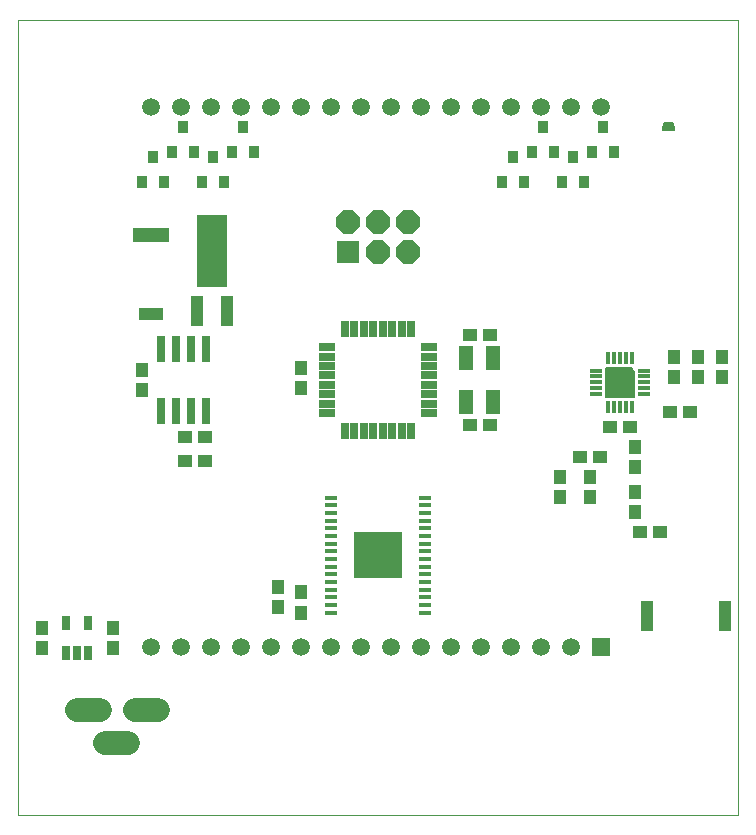
<source format=gts>
G75*
G70*
%OFA0B0*%
%FSLAX24Y24*%
%IPPOS*%
%LPD*%
%AMOC8*
5,1,8,0,0,1.08239X$1,22.5*
%
%ADD10C,0.0000*%
%ADD11R,0.0402X0.0126*%
%ADD12R,0.0390X0.0114*%
%ADD13R,0.1614X0.1535*%
%ADD14R,0.0138X0.0413*%
%ADD15R,0.0413X0.0138*%
%ADD16C,0.0059*%
%ADD17R,0.0540X0.0260*%
%ADD18R,0.0260X0.0540*%
%ADD19R,0.0594X0.0594*%
%ADD20C,0.0594*%
%ADD21R,0.0276X0.0906*%
%ADD22R,0.0827X0.0434*%
%ADD23R,0.1221X0.0473*%
%ADD24R,0.0434X0.1024*%
%ADD25R,0.1024X0.2402*%
%ADD26R,0.0355X0.0394*%
%ADD27R,0.0434X0.0473*%
%ADD28R,0.0473X0.0788*%
%ADD29R,0.0473X0.0434*%
%ADD30R,0.0440X0.1040*%
%ADD31R,0.0257X0.0512*%
%ADD32C,0.0808*%
%ADD33R,0.0780X0.0780*%
%ADD34OC8,0.0780*%
%ADD35C,0.0001*%
D10*
X000500Y000130D02*
X000500Y026630D01*
X024500Y026630D01*
X024500Y000130D01*
X000500Y000130D01*
X021990Y022961D02*
X022348Y022961D01*
X022356Y022984D01*
X022368Y023012D01*
X022380Y023036D01*
X022368Y023063D01*
X022360Y023091D01*
X022348Y023118D01*
X022341Y023146D01*
X022329Y023177D01*
X022317Y023205D01*
X022309Y023232D01*
X022057Y023232D01*
X022026Y023232D01*
X022018Y023205D01*
X022006Y023177D01*
X021998Y023146D01*
X021986Y023118D01*
X021974Y023091D01*
X021967Y023063D01*
X021955Y023036D01*
X021967Y023012D01*
X021978Y022984D01*
X021990Y022961D01*
D11*
X014055Y010711D03*
X014055Y010455D03*
X014055Y010199D03*
X014055Y009943D03*
X014055Y009687D03*
X014055Y009431D03*
X014055Y009175D03*
X014055Y008919D03*
X014055Y008663D03*
X014055Y008408D03*
X014055Y008152D03*
X014055Y007896D03*
X014055Y007640D03*
X014055Y007384D03*
X014055Y007128D03*
X014055Y006872D03*
X010945Y006872D03*
X010945Y007128D03*
X010945Y007384D03*
X010945Y007640D03*
X010945Y007896D03*
X010945Y008152D03*
X010945Y008408D03*
X010945Y008663D03*
X010945Y008919D03*
X010945Y009175D03*
X010945Y009431D03*
X010945Y009687D03*
X010945Y009943D03*
X010945Y010199D03*
X010945Y010455D03*
X010945Y010711D03*
D12*
X010945Y010711D03*
X010945Y010455D03*
X010945Y010199D03*
X010945Y009943D03*
X010945Y009687D03*
X010945Y009431D03*
X010945Y009175D03*
X010945Y008919D03*
X010945Y008663D03*
X010945Y008408D03*
X010945Y008152D03*
X010945Y007896D03*
X010945Y007640D03*
X010945Y007384D03*
X010945Y007128D03*
X010945Y006872D03*
X014055Y006872D03*
X014055Y007128D03*
X014055Y007384D03*
X014055Y007640D03*
X014055Y007896D03*
X014055Y008152D03*
X014055Y008408D03*
X014055Y008663D03*
X014055Y008919D03*
X014055Y009175D03*
X014055Y009431D03*
X014055Y009687D03*
X014055Y009943D03*
X014055Y010199D03*
X014055Y010455D03*
X014055Y010711D03*
D13*
X012500Y008791D03*
D14*
X020181Y013748D03*
X020378Y013748D03*
X020575Y013748D03*
X020772Y013748D03*
X020969Y013748D03*
X020969Y015362D03*
X020772Y015362D03*
X020575Y015362D03*
X020378Y015362D03*
X020181Y015362D03*
D15*
X019768Y014949D03*
X019768Y014752D03*
X019768Y014555D03*
X019768Y014358D03*
X019768Y014161D03*
X021382Y014161D03*
X021382Y014358D03*
X021382Y014555D03*
X021382Y014752D03*
X021382Y014949D03*
D16*
X021047Y014929D02*
X021047Y014083D01*
X020102Y014083D01*
X020102Y015028D01*
X020949Y015028D01*
X020953Y015002D01*
X020963Y014979D01*
X020978Y014959D01*
X020999Y014943D01*
X021022Y014933D01*
X021047Y014929D01*
X021047Y014922D02*
X020102Y014922D01*
X020102Y014979D02*
X020963Y014979D01*
X021047Y014864D02*
X020102Y014864D01*
X020102Y014807D02*
X021047Y014807D01*
X021047Y014749D02*
X020102Y014749D01*
X020102Y014692D02*
X021047Y014692D01*
X021047Y014634D02*
X020102Y014634D01*
X020102Y014576D02*
X021047Y014576D01*
X021047Y014519D02*
X020102Y014519D01*
X020102Y014461D02*
X021047Y014461D01*
X021047Y014404D02*
X020102Y014404D01*
X020102Y014346D02*
X021047Y014346D01*
X021047Y014289D02*
X020102Y014289D01*
X020102Y014231D02*
X021047Y014231D01*
X021047Y014174D02*
X020102Y014174D01*
X020102Y014116D02*
X021047Y014116D01*
D17*
X014190Y014158D03*
X014190Y013843D03*
X014190Y013528D03*
X014190Y014473D03*
X014190Y014787D03*
X014190Y015102D03*
X014190Y015417D03*
X014190Y015732D03*
X010810Y015732D03*
X010810Y015417D03*
X010810Y015102D03*
X010810Y014787D03*
X010810Y014473D03*
X010810Y014158D03*
X010810Y013843D03*
X010810Y013528D03*
D18*
X011398Y012940D03*
X011713Y012940D03*
X012028Y012940D03*
X012343Y012940D03*
X012657Y012940D03*
X012972Y012940D03*
X013287Y012940D03*
X013602Y012940D03*
X013602Y016320D03*
X013287Y016320D03*
X012972Y016320D03*
X012657Y016320D03*
X012343Y016320D03*
X012028Y016320D03*
X011713Y016320D03*
X011398Y016320D03*
D19*
X019941Y005732D03*
D20*
X018941Y005732D03*
X017941Y005732D03*
X016941Y005732D03*
X015941Y005732D03*
X014941Y005732D03*
X013941Y005732D03*
X012941Y005732D03*
X011941Y005732D03*
X010941Y005732D03*
X009941Y005732D03*
X008941Y005732D03*
X007941Y005732D03*
X006941Y005732D03*
X005941Y005732D03*
X004941Y005732D03*
X004941Y023732D03*
X005941Y023732D03*
X006941Y023732D03*
X007941Y023732D03*
X008941Y023732D03*
X009941Y023732D03*
X010941Y023732D03*
X011941Y023732D03*
X012941Y023732D03*
X013941Y023732D03*
X014941Y023732D03*
X015941Y023732D03*
X016941Y023732D03*
X017941Y023732D03*
X018941Y023732D03*
X019941Y023732D03*
D21*
X006762Y015654D03*
X006262Y015654D03*
X005762Y015654D03*
X005262Y015654D03*
X005262Y013606D03*
X005762Y013606D03*
X006262Y013606D03*
X006762Y013606D03*
D22*
X004929Y016831D03*
D23*
X004929Y019469D03*
D24*
X006476Y016945D03*
X007476Y016945D03*
D25*
X006976Y018945D03*
D26*
X006626Y021236D03*
X007374Y021236D03*
X007000Y022063D03*
X007626Y022236D03*
X008374Y022236D03*
X008000Y023063D03*
X006374Y022236D03*
X005626Y022236D03*
X005000Y022063D03*
X004626Y021236D03*
X005374Y021236D03*
X006000Y023063D03*
X016626Y021236D03*
X017374Y021236D03*
X017000Y022063D03*
X017626Y022236D03*
X018374Y022236D03*
X019000Y022063D03*
X019626Y022236D03*
X020374Y022236D03*
X020000Y023063D03*
X019374Y021236D03*
X018626Y021236D03*
X018000Y023063D03*
D27*
X022370Y015390D03*
X022370Y014721D03*
X023173Y014721D03*
X023173Y015390D03*
X023976Y015390D03*
X023976Y014721D03*
X021075Y012390D03*
X021075Y011721D03*
X021075Y010890D03*
X021075Y010221D03*
X019575Y010721D03*
X019575Y011390D03*
X018575Y011390D03*
X018575Y010721D03*
X009949Y007551D03*
X009949Y006882D03*
X009161Y007079D03*
X009161Y007748D03*
X003650Y006370D03*
X003650Y005701D03*
X001287Y005701D03*
X001287Y006370D03*
X004634Y014295D03*
X004634Y014965D03*
X009949Y015032D03*
X009949Y014362D03*
D28*
X015441Y013902D03*
X016346Y013902D03*
X016346Y015358D03*
X015441Y015358D03*
D29*
X015559Y016130D03*
X016228Y016130D03*
X016228Y013130D03*
X015559Y013130D03*
X019240Y012055D03*
X019909Y012055D03*
X020240Y013055D03*
X020909Y013055D03*
X022240Y013555D03*
X022909Y013555D03*
X021909Y009555D03*
X021240Y009555D03*
X006740Y011941D03*
X006071Y011941D03*
X006071Y012728D03*
X006740Y012728D03*
D30*
X021483Y006772D03*
X024083Y006772D03*
D31*
X002843Y006547D03*
X002094Y006547D03*
X002094Y005524D03*
X002469Y005524D03*
X002843Y005524D03*
D32*
X002478Y003630D02*
X003246Y003630D01*
X003384Y002528D02*
X004152Y002528D01*
X004407Y003630D02*
X005175Y003630D01*
D33*
X011500Y018917D03*
D34*
X012500Y018917D03*
X013500Y018917D03*
X013500Y019917D03*
X012500Y019917D03*
X011500Y019917D03*
D35*
X021955Y023035D02*
X022380Y023035D01*
X022379Y023034D02*
X021955Y023034D01*
X021956Y023033D02*
X022379Y023033D01*
X022378Y023032D02*
X021956Y023032D01*
X021957Y023031D02*
X022378Y023031D01*
X022377Y023030D02*
X021957Y023030D01*
X021958Y023029D02*
X022377Y023029D01*
X022376Y023028D02*
X021958Y023028D01*
X021959Y023027D02*
X022376Y023027D01*
X022375Y023026D02*
X021959Y023026D01*
X021960Y023025D02*
X022375Y023025D01*
X022374Y023024D02*
X021960Y023024D01*
X021961Y023023D02*
X022374Y023023D01*
X022373Y023022D02*
X021961Y023022D01*
X021962Y023021D02*
X022373Y023021D01*
X022372Y023020D02*
X021962Y023020D01*
X021963Y023019D02*
X022372Y023019D01*
X022371Y023018D02*
X021963Y023018D01*
X021964Y023017D02*
X022371Y023017D01*
X022370Y023016D02*
X021964Y023016D01*
X021965Y023015D02*
X022370Y023015D01*
X022369Y023014D02*
X021965Y023014D01*
X021966Y023013D02*
X022369Y023013D01*
X022368Y023012D02*
X021966Y023012D01*
X021967Y023011D02*
X022368Y023011D01*
X022367Y023010D02*
X021967Y023010D01*
X021968Y023009D02*
X022367Y023009D01*
X022367Y023008D02*
X021968Y023008D01*
X021968Y023007D02*
X022366Y023007D01*
X022366Y023006D02*
X021969Y023006D01*
X021969Y023005D02*
X022365Y023005D01*
X022365Y023004D02*
X021970Y023004D01*
X021970Y023003D02*
X022364Y023003D01*
X022364Y023002D02*
X021971Y023002D01*
X021971Y023001D02*
X022364Y023001D01*
X022363Y023000D02*
X021971Y023000D01*
X021972Y022999D02*
X022363Y022999D01*
X022362Y022998D02*
X021972Y022998D01*
X021973Y022997D02*
X022362Y022997D01*
X022362Y022996D02*
X021973Y022996D01*
X021974Y022995D02*
X022361Y022995D01*
X022361Y022994D02*
X021974Y022994D01*
X021974Y022993D02*
X022360Y022993D01*
X022360Y022992D02*
X021975Y022992D01*
X021975Y022991D02*
X022359Y022991D01*
X022359Y022990D02*
X021976Y022990D01*
X021976Y022989D02*
X022359Y022989D01*
X022358Y022988D02*
X021977Y022988D01*
X021977Y022987D02*
X022358Y022987D01*
X022357Y022986D02*
X021977Y022986D01*
X021978Y022985D02*
X022357Y022985D01*
X022356Y022984D02*
X021978Y022984D01*
X021979Y022983D02*
X022356Y022983D01*
X022356Y022982D02*
X021979Y022982D01*
X021980Y022981D02*
X022355Y022981D01*
X022355Y022980D02*
X021980Y022980D01*
X021981Y022979D02*
X022355Y022979D01*
X022354Y022978D02*
X021981Y022978D01*
X021982Y022977D02*
X022354Y022977D01*
X022354Y022976D02*
X021982Y022976D01*
X021983Y022975D02*
X022353Y022975D01*
X022353Y022974D02*
X021983Y022974D01*
X021984Y022973D02*
X022353Y022973D01*
X022352Y022972D02*
X021984Y022972D01*
X021985Y022971D02*
X022352Y022971D01*
X022352Y022970D02*
X021985Y022970D01*
X021986Y022969D02*
X022351Y022969D01*
X022351Y022968D02*
X021986Y022968D01*
X021987Y022968D02*
X022351Y022968D01*
X022350Y022967D02*
X021987Y022967D01*
X021988Y022966D02*
X022350Y022966D01*
X022350Y022965D02*
X021988Y022965D01*
X021989Y022964D02*
X022349Y022964D01*
X022349Y022963D02*
X021989Y022963D01*
X021990Y022962D02*
X022349Y022962D01*
X022380Y023036D02*
X021955Y023036D01*
X021956Y023037D02*
X022379Y023037D01*
X022379Y023038D02*
X021956Y023038D01*
X021956Y023039D02*
X022378Y023039D01*
X022378Y023040D02*
X021957Y023040D01*
X021957Y023041D02*
X022377Y023041D01*
X022377Y023042D02*
X021958Y023042D01*
X021958Y023043D02*
X022377Y023043D01*
X022376Y023044D02*
X021959Y023044D01*
X021959Y023045D02*
X022376Y023045D01*
X022375Y023046D02*
X021959Y023046D01*
X021960Y023047D02*
X022375Y023047D01*
X022374Y023048D02*
X021960Y023048D01*
X021961Y023049D02*
X022374Y023049D01*
X022374Y023050D02*
X021961Y023050D01*
X021962Y023051D02*
X022373Y023051D01*
X022373Y023052D02*
X021962Y023052D01*
X021962Y023053D02*
X022372Y023053D01*
X022372Y023054D02*
X021963Y023054D01*
X021963Y023055D02*
X022371Y023055D01*
X022371Y023056D02*
X021964Y023056D01*
X021964Y023057D02*
X022371Y023057D01*
X022370Y023058D02*
X021965Y023058D01*
X021965Y023059D02*
X022370Y023059D01*
X022369Y023060D02*
X021965Y023060D01*
X021966Y023061D02*
X022369Y023061D01*
X022368Y023062D02*
X021966Y023062D01*
X021967Y023063D02*
X022368Y023063D01*
X022368Y023064D02*
X021967Y023064D01*
X021967Y023065D02*
X022367Y023065D01*
X022367Y023066D02*
X021967Y023066D01*
X021968Y023067D02*
X022367Y023067D01*
X022367Y023068D02*
X021968Y023068D01*
X021968Y023069D02*
X022366Y023069D01*
X022366Y023070D02*
X021969Y023070D01*
X021969Y023071D02*
X022366Y023071D01*
X022365Y023072D02*
X021969Y023072D01*
X021969Y023073D02*
X022365Y023073D01*
X022365Y023074D02*
X021970Y023074D01*
X021970Y023075D02*
X022365Y023075D01*
X022364Y023076D02*
X021970Y023076D01*
X021971Y023077D02*
X022364Y023077D01*
X022364Y023078D02*
X021971Y023078D01*
X021971Y023079D02*
X022363Y023079D01*
X022363Y023080D02*
X021971Y023080D01*
X021972Y023081D02*
X022363Y023081D01*
X022363Y023082D02*
X021972Y023082D01*
X021972Y023083D02*
X022362Y023083D01*
X022362Y023084D02*
X021973Y023084D01*
X021973Y023085D02*
X022362Y023085D01*
X022361Y023086D02*
X021973Y023086D01*
X021973Y023087D02*
X022361Y023087D01*
X022361Y023088D02*
X021974Y023088D01*
X021974Y023089D02*
X022361Y023089D01*
X022360Y023090D02*
X021974Y023090D01*
X021975Y023091D02*
X022360Y023091D01*
X022359Y023092D02*
X021975Y023092D01*
X021976Y023093D02*
X022359Y023093D01*
X022359Y023094D02*
X021976Y023094D01*
X021976Y023095D02*
X022358Y023095D01*
X022358Y023096D02*
X021977Y023096D01*
X021977Y023097D02*
X022357Y023097D01*
X022357Y023098D02*
X021978Y023098D01*
X021978Y023099D02*
X022356Y023099D01*
X022356Y023100D02*
X021979Y023100D01*
X021979Y023101D02*
X022356Y023101D01*
X022355Y023102D02*
X021979Y023102D01*
X021980Y023103D02*
X022355Y023103D01*
X022354Y023104D02*
X021980Y023104D01*
X021981Y023105D02*
X022354Y023105D01*
X022353Y023106D02*
X021981Y023106D01*
X021982Y023107D02*
X022353Y023107D01*
X022353Y023108D02*
X021982Y023108D01*
X021982Y023109D02*
X022352Y023109D01*
X022352Y023110D02*
X021983Y023110D01*
X021983Y023111D02*
X022351Y023111D01*
X022351Y023112D02*
X021984Y023112D01*
X021984Y023113D02*
X022350Y023113D01*
X022350Y023114D02*
X021985Y023114D01*
X021985Y023115D02*
X022350Y023115D01*
X022349Y023116D02*
X021985Y023116D01*
X021986Y023117D02*
X022349Y023117D01*
X022348Y023118D02*
X021986Y023118D01*
X021987Y023119D02*
X022348Y023119D01*
X022348Y023120D02*
X021987Y023120D01*
X021988Y023121D02*
X022348Y023121D01*
X022347Y023122D02*
X021988Y023122D01*
X021988Y023123D02*
X022347Y023123D01*
X022347Y023124D02*
X021989Y023124D01*
X021989Y023125D02*
X022346Y023125D01*
X022346Y023126D02*
X021990Y023126D01*
X021990Y023127D02*
X022346Y023127D01*
X022346Y023128D02*
X021991Y023128D01*
X021991Y023129D02*
X022345Y023129D01*
X022345Y023130D02*
X021991Y023130D01*
X021992Y023131D02*
X022345Y023131D01*
X022344Y023132D02*
X021992Y023132D01*
X021993Y023133D02*
X022344Y023133D01*
X022344Y023134D02*
X021993Y023134D01*
X021994Y023135D02*
X022344Y023135D01*
X022343Y023136D02*
X021994Y023136D01*
X021994Y023137D02*
X022343Y023137D01*
X022343Y023138D02*
X021995Y023138D01*
X021995Y023139D02*
X022342Y023139D01*
X022342Y023140D02*
X021996Y023140D01*
X021996Y023141D02*
X022342Y023141D01*
X022342Y023142D02*
X021997Y023142D01*
X021997Y023143D02*
X022341Y023143D01*
X022341Y023144D02*
X021997Y023144D01*
X021998Y023145D02*
X022341Y023145D01*
X022340Y023146D02*
X021998Y023146D01*
X021998Y023147D02*
X022340Y023147D01*
X022340Y023148D02*
X021999Y023148D01*
X021999Y023149D02*
X022339Y023149D01*
X022339Y023150D02*
X021999Y023150D01*
X021999Y023151D02*
X022338Y023151D01*
X022338Y023152D02*
X022000Y023152D01*
X022000Y023153D02*
X022338Y023153D01*
X022337Y023154D02*
X022000Y023154D01*
X022000Y023155D02*
X022337Y023155D01*
X022337Y023156D02*
X022001Y023156D01*
X022001Y023157D02*
X022336Y023157D01*
X022336Y023158D02*
X022001Y023158D01*
X022001Y023159D02*
X022335Y023159D01*
X022335Y023160D02*
X022002Y023160D01*
X022002Y023161D02*
X022335Y023161D01*
X022334Y023162D02*
X022002Y023162D01*
X022002Y023163D02*
X022334Y023163D01*
X022334Y023164D02*
X022003Y023164D01*
X022003Y023165D02*
X022333Y023165D01*
X022333Y023166D02*
X022003Y023166D01*
X022003Y023167D02*
X022332Y023167D01*
X022332Y023168D02*
X022004Y023168D01*
X022004Y023169D02*
X022332Y023169D01*
X022331Y023170D02*
X022004Y023170D01*
X022004Y023171D02*
X022331Y023171D01*
X022331Y023172D02*
X022005Y023172D01*
X022005Y023173D02*
X022330Y023173D01*
X022330Y023174D02*
X022005Y023174D01*
X022005Y023175D02*
X022329Y023175D01*
X022329Y023176D02*
X022006Y023176D01*
X022006Y023177D02*
X022329Y023177D01*
X022328Y023178D02*
X022006Y023178D01*
X022007Y023179D02*
X022328Y023179D01*
X022327Y023180D02*
X022007Y023180D01*
X022008Y023181D02*
X022327Y023181D01*
X022327Y023182D02*
X022008Y023182D01*
X022008Y023183D02*
X022326Y023183D01*
X022326Y023184D02*
X022009Y023184D01*
X022009Y023185D02*
X022325Y023185D01*
X022325Y023186D02*
X022010Y023186D01*
X022010Y023187D02*
X022324Y023187D01*
X022324Y023188D02*
X022011Y023188D01*
X022011Y023189D02*
X022324Y023189D01*
X022323Y023190D02*
X022011Y023190D01*
X022012Y023191D02*
X022323Y023191D01*
X022322Y023192D02*
X022012Y023192D01*
X022013Y023193D02*
X022322Y023193D01*
X022321Y023194D02*
X022013Y023194D01*
X022014Y023195D02*
X022321Y023195D01*
X022321Y023196D02*
X022014Y023196D01*
X022014Y023197D02*
X022320Y023197D01*
X022320Y023198D02*
X022015Y023198D01*
X022015Y023199D02*
X022319Y023199D01*
X022319Y023200D02*
X022016Y023200D01*
X022016Y023201D02*
X022318Y023201D01*
X022318Y023202D02*
X022017Y023202D01*
X022017Y023203D02*
X022318Y023203D01*
X022317Y023204D02*
X022017Y023204D01*
X022018Y023205D02*
X022317Y023205D01*
X022317Y023206D02*
X022018Y023206D01*
X022018Y023207D02*
X022316Y023207D01*
X022316Y023208D02*
X022019Y023208D01*
X022019Y023209D02*
X022316Y023209D01*
X022315Y023210D02*
X022019Y023210D01*
X022020Y023211D02*
X022315Y023211D01*
X022315Y023212D02*
X022020Y023212D01*
X022020Y023213D02*
X022315Y023213D01*
X022314Y023214D02*
X022020Y023214D01*
X022021Y023215D02*
X022314Y023215D01*
X022314Y023216D02*
X022021Y023216D01*
X022021Y023217D02*
X022313Y023217D01*
X022313Y023218D02*
X022022Y023218D01*
X022022Y023219D02*
X022313Y023219D01*
X022313Y023220D02*
X022022Y023220D01*
X022022Y023221D02*
X022312Y023221D01*
X022312Y023222D02*
X022023Y023222D01*
X022023Y023223D02*
X022312Y023223D01*
X022311Y023224D02*
X022023Y023224D01*
X022024Y023225D02*
X022311Y023225D01*
X022311Y023226D02*
X022024Y023226D01*
X022024Y023227D02*
X022311Y023227D01*
X022310Y023228D02*
X022024Y023228D01*
X022025Y023229D02*
X022310Y023229D01*
X022310Y023230D02*
X022025Y023230D01*
X022025Y023231D02*
X022309Y023231D01*
X022309Y023232D02*
X022026Y023232D01*
M02*

</source>
